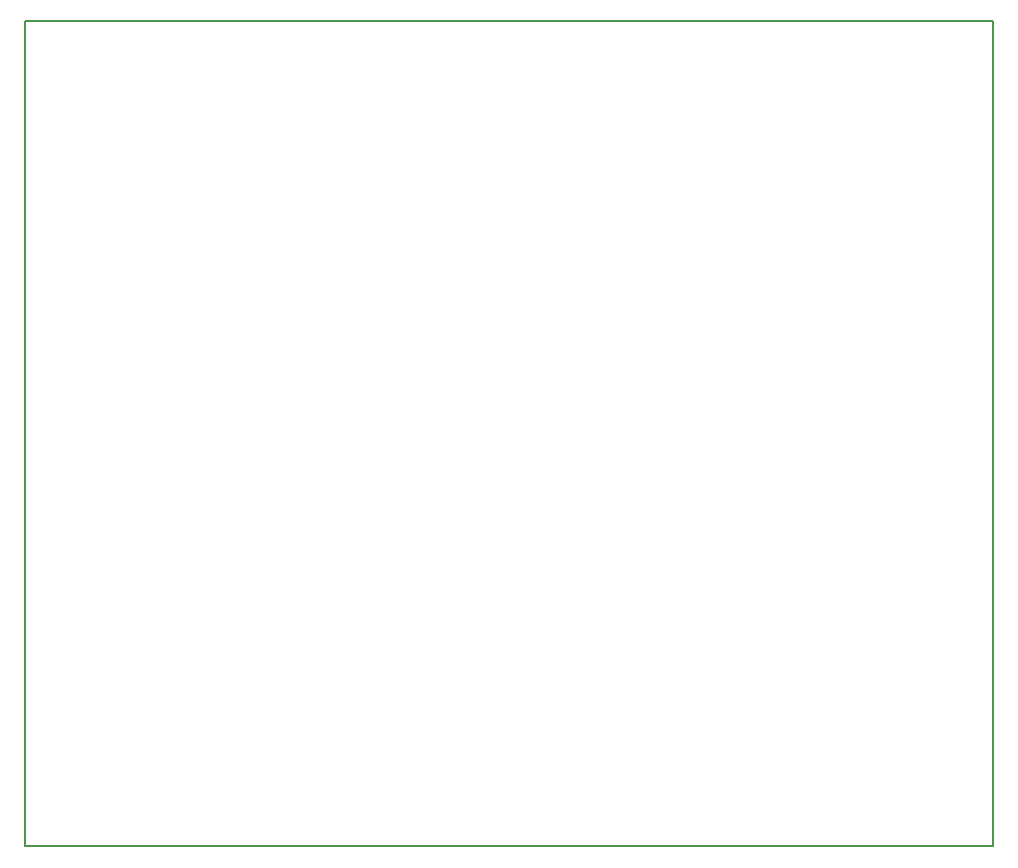
<source format=gbr>
%TF.GenerationSoftware,KiCad,Pcbnew,(5.99.0-8928-gc255dede17)*%
%TF.CreationDate,2021-02-09T19:48:58-08:00*%
%TF.ProjectId,smbpcb,736d6270-6362-42e6-9b69-6361645f7063,rev?*%
%TF.SameCoordinates,Original*%
%TF.FileFunction,Profile,NP*%
%FSLAX46Y46*%
G04 Gerber Fmt 4.6, Leading zero omitted, Abs format (unit mm)*
G04 Created by KiCad (PCBNEW (5.99.0-8928-gc255dede17)) date 2021-02-09 19:48:58*
%MOMM*%
%LPD*%
G01*
G04 APERTURE LIST*
%TA.AperFunction,Profile*%
%ADD10C,0.150000*%
%TD*%
G04 APERTURE END LIST*
D10*
X151950000Y-12100000D02*
X70000000Y-12100000D01*
X70000000Y-12100000D02*
X70000000Y-81945800D01*
X70000000Y-81945800D02*
X151950000Y-81945800D01*
X151950000Y-81945800D02*
X151950000Y-12100000D01*
M02*

</source>
